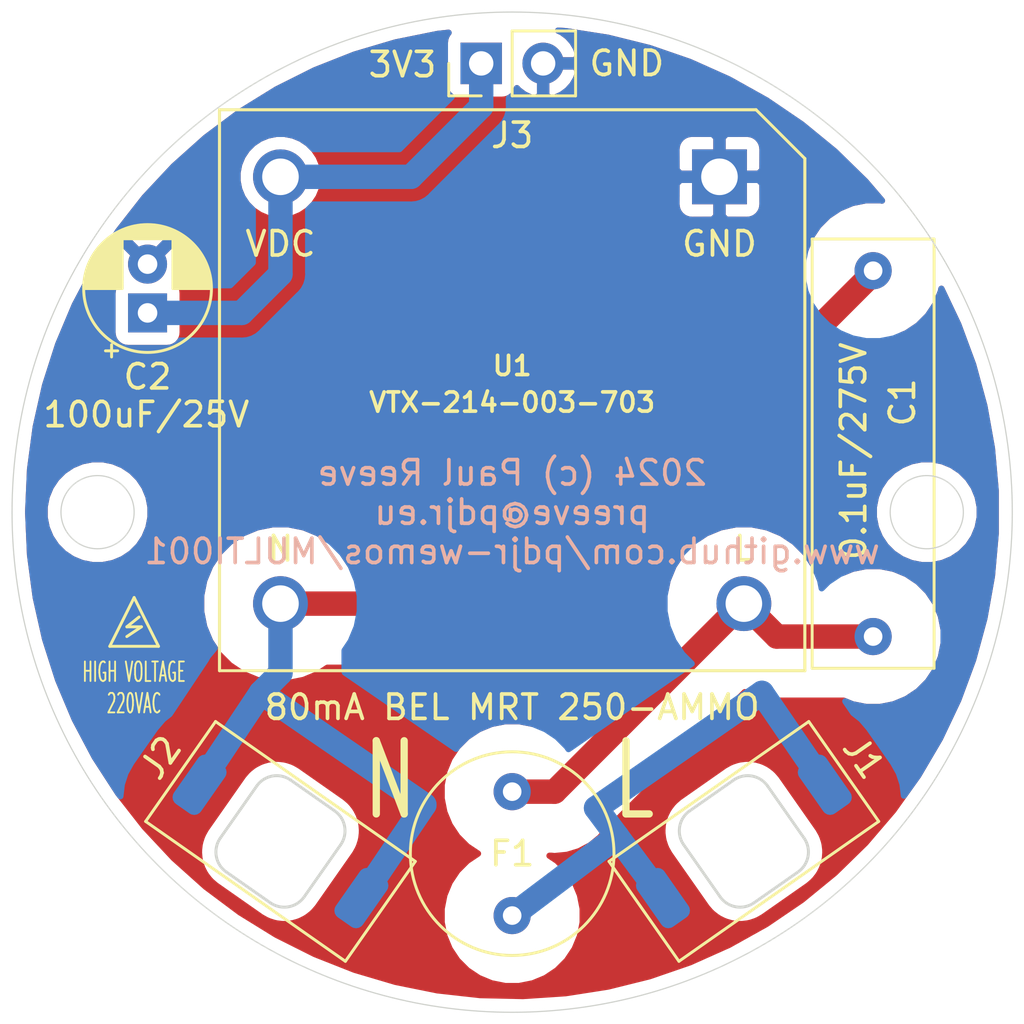
<source format=kicad_pcb>
(kicad_pcb (version 20171130) (host pcbnew "(5.1.9-0-10_14)")

  (general
    (thickness 1.6)
    (drawings 15)
    (tracks 26)
    (zones 0)
    (modules 7)
    (nets 6)
  )

  (page A4)
  (layers
    (0 F.Cu signal)
    (31 B.Cu signal)
    (32 B.Adhes user)
    (33 F.Adhes user)
    (34 B.Paste user)
    (35 F.Paste user)
    (36 B.SilkS user)
    (37 F.SilkS user)
    (38 B.Mask user)
    (39 F.Mask user)
    (40 Dwgs.User user)
    (41 Cmts.User user)
    (42 Eco1.User user)
    (43 Eco2.User user)
    (44 Edge.Cuts user)
    (45 Margin user)
    (46 B.CrtYd user)
    (47 F.CrtYd user)
    (48 B.Fab user)
    (49 F.Fab user)
  )

  (setup
    (last_trace_width 0.25)
    (user_trace_width 1)
    (trace_clearance 0.2)
    (zone_clearance 0.508)
    (zone_45_only no)
    (trace_min 0.2)
    (via_size 0.8)
    (via_drill 0.4)
    (via_min_size 0.4)
    (via_min_drill 0.3)
    (uvia_size 0.3)
    (uvia_drill 0.1)
    (uvias_allowed no)
    (uvia_min_size 0.2)
    (uvia_min_drill 0.1)
    (edge_width 0.05)
    (segment_width 0.2)
    (pcb_text_width 0.3)
    (pcb_text_size 1.5 1.5)
    (mod_edge_width 0.12)
    (mod_text_size 1 1)
    (mod_text_width 0.15)
    (pad_size 1.524 1.524)
    (pad_drill 0.762)
    (pad_to_mask_clearance 0)
    (aux_axis_origin 0 0)
    (visible_elements FFFFFF7F)
    (pcbplotparams
      (layerselection 0x010f0_ffffffff)
      (usegerberextensions true)
      (usegerberattributes true)
      (usegerberadvancedattributes true)
      (creategerberjobfile false)
      (excludeedgelayer true)
      (linewidth 0.100000)
      (plotframeref false)
      (viasonmask false)
      (mode 1)
      (useauxorigin false)
      (hpglpennumber 1)
      (hpglpenspeed 20)
      (hpglpendiameter 15.000000)
      (psnegative false)
      (psa4output false)
      (plotreference true)
      (plotvalue true)
      (plotinvisibletext false)
      (padsonsilk false)
      (subtractmaskfromsilk false)
      (outputformat 1)
      (mirror false)
      (drillshape 0)
      (scaleselection 1)
      (outputdirectory "gerber"))
  )

  (net 0 "")
  (net 1 NEUT)
  (net 2 "Net-(C1-Pad1)")
  (net 3 GND)
  (net 4 LINE)
  (net 5 +3V3)

  (net_class Default "This is the default net class."
    (clearance 0.2)
    (trace_width 0.25)
    (via_dia 0.8)
    (via_drill 0.4)
    (uvia_dia 0.3)
    (uvia_drill 0.1)
    (add_net +3V3)
    (add_net GND)
  )

  (net_class 220VAC ""
    (clearance 2)
    (trace_width 1)
    (via_dia 0.8)
    (via_drill 0.4)
    (uvia_dia 0.3)
    (uvia_drill 0.1)
    (add_net LINE)
    (add_net NEUT)
    (add_net "Net-(C1-Pad1)")
  )

  (module transformers:KYOCERA_POKEHOME_1P (layer F.Cu) (tedit 65AEA2D8) (tstamp 65ABE3E8)
    (at -9.5 13.5 235)
    (path /65ABEFA7)
    (fp_text reference J2 (at 0 6 55) (layer F.SilkS)
      (effects (font (size 1 1) (thickness 0.15)))
    )
    (fp_text value Conn_01x01 (at 0 -6 55) (layer F.Fab) hide
      (effects (font (size 1 1) (thickness 0.15)))
    )
    (fp_line (start 1.3 -2.1) (end -1.3 -2.1) (layer Edge.Cuts) (width 0.12))
    (fp_line (start -2.3 -1.1) (end -2.3 1.1) (layer Edge.Cuts) (width 0.12))
    (fp_line (start -1.3 2.1) (end 1.3 2.1) (layer Edge.Cuts) (width 0.12))
    (fp_line (start 2.3 1.1) (end 2.3 -1.1) (layer Edge.Cuts) (width 0.12))
    (fp_line (start -2.5 5) (end 2.5 5) (layer F.SilkS) (width 0.12))
    (fp_line (start 2.5 5) (end 2.5 -5) (layer F.SilkS) (width 0.12))
    (fp_line (start 2.5 -5) (end -2.5 -5) (layer F.SilkS) (width 0.12))
    (fp_line (start -2.5 -5) (end -2.5 5) (layer F.SilkS) (width 0.12))
    (fp_arc (start 1.3 1.1) (end 1.3 2.1) (angle -90) (layer Edge.Cuts) (width 0.12))
    (fp_arc (start 1.3 -1.1) (end 2.3 -1.1) (angle -90) (layer Edge.Cuts) (width 0.12))
    (fp_arc (start -1.3 1.1) (end -2.3 1.1) (angle -90) (layer Edge.Cuts) (width 0.12))
    (fp_arc (start -1.3 -1.1) (end -1.3 -2.1) (angle -90) (layer Edge.Cuts) (width 0.12))
    (pad 1 smd roundrect (at 0 4.05 235) (size 2.4 1.35) (layers B.Cu B.Paste B.Mask) (roundrect_rratio 0.25)
      (net 1 NEUT))
    (pad 1 smd roundrect (at 0 -4.05 235) (size 2.4 1.35) (layers B.Cu B.Paste B.Mask) (roundrect_rratio 0.25)
      (net 1 NEUT))
  )

  (module transformers:KYOCERA_POKEHOME_1P (layer F.Cu) (tedit 65AEA2D8) (tstamp 65AD3B7A)
    (at 9.5 13.5 125)
    (path /65ABE5F3)
    (fp_text reference J1 (at 0 6 125) (layer F.SilkS)
      (effects (font (size 1 1) (thickness 0.15)))
    )
    (fp_text value Conn_01x01 (at 0 -6 125) (layer F.Fab) hide
      (effects (font (size 1 1) (thickness 0.15)))
    )
    (fp_line (start 1.3 -2.1) (end -1.3 -2.1) (layer Edge.Cuts) (width 0.12))
    (fp_line (start -2.3 -1.1) (end -2.3 1.1) (layer Edge.Cuts) (width 0.12))
    (fp_line (start -1.3 2.1) (end 1.3 2.1) (layer Edge.Cuts) (width 0.12))
    (fp_line (start 2.3 1.1) (end 2.3 -1.1) (layer Edge.Cuts) (width 0.12))
    (fp_line (start -2.5 5) (end 2.5 5) (layer F.SilkS) (width 0.12))
    (fp_line (start 2.5 5) (end 2.5 -5) (layer F.SilkS) (width 0.12))
    (fp_line (start 2.5 -5) (end -2.5 -5) (layer F.SilkS) (width 0.12))
    (fp_line (start -2.5 -5) (end -2.5 5) (layer F.SilkS) (width 0.12))
    (fp_arc (start 1.3 1.1) (end 1.3 2.1) (angle -90) (layer Edge.Cuts) (width 0.12))
    (fp_arc (start 1.3 -1.1) (end 2.3 -1.1) (angle -90) (layer Edge.Cuts) (width 0.12))
    (fp_arc (start -1.3 1.1) (end -2.3 1.1) (angle -90) (layer Edge.Cuts) (width 0.12))
    (fp_arc (start -1.3 -1.1) (end -1.3 -2.1) (angle -90) (layer Edge.Cuts) (width 0.12))
    (pad 1 smd roundrect (at 0 4.05 125) (size 2.4 1.35) (layers B.Cu B.Paste B.Mask) (roundrect_rratio 0.25)
      (net 4 LINE))
    (pad 1 smd roundrect (at 0 -4.05 125) (size 2.4 1.35) (layers B.Cu B.Paste B.Mask) (roundrect_rratio 0.25)
      (net 4 LINE))
  )

  (module transformers:VTX214001103 (layer F.Cu) (tedit 65AE89CC) (tstamp 65AD4FE0)
    (at 0 -5 90)
    (path /65AB7A00)
    (fp_text reference U1 (at 1 0 180) (layer F.SilkS)
      (effects (font (size 0.787402 0.787402) (thickness 0.15)))
    )
    (fp_text value VTX-214-003-703 (at -0.5 0 180) (layer F.SilkS)
      (effects (font (size 0.787402 0.787402) (thickness 0.15)))
    )
    (fp_line (start 9.5 12) (end 11.5 10) (layer F.SilkS) (width 0.12))
    (fp_line (start -11.5 -10) (end -11.5 -12) (layer F.SilkS) (width 0.12))
    (fp_line (start 11.5 -12) (end -11.5 -12) (layer F.SilkS) (width 0.127))
    (fp_line (start 11.5 10) (end 11.5 -12) (layer F.SilkS) (width 0.127))
    (fp_line (start -11.5 12) (end 9.5 12) (layer F.SilkS) (width 0.127))
    (fp_line (start -11.5 -10) (end -11.5 12) (layer F.SilkS) (width 0.127))
    (fp_text user N (at -6.5 -9.5 180) (layer F.SilkS)
      (effects (font (size 1 1) (thickness 0.15)))
    )
    (fp_text user L (at -6.5 9.5 180) (layer F.SilkS)
      (effects (font (size 1 1) (thickness 0.15)))
    )
    (fp_text user VDC (at 6 -9.5 180) (layer F.SilkS)
      (effects (font (size 1 1) (thickness 0.15)))
    )
    (fp_text user GND (at 6 8.5 180) (layer F.SilkS)
      (effects (font (size 1 1) (thickness 0.15)))
    )
    (pad 3 thru_hole circle (at -8.75 -9.5 90) (size 2.25 2.25) (drill 1.5) (layers *.Cu *.Mask)
      (net 1 NEUT) (solder_mask_margin 0.102))
    (pad 2 thru_hole circle (at 8.75 -9.5 90) (size 2.25 2.25) (drill 1.5) (layers *.Cu *.Mask)
      (net 5 +3V3) (solder_mask_margin 0.102))
    (pad 4 thru_hole circle (at -8.75 9.5 90) (size 2.25 2.25) (drill 1.5) (layers *.Cu *.Mask)
      (net 2 "Net-(C1-Pad1)") (solder_mask_margin 0.102))
    (pad 1 thru_hole rect (at 8.75 8.5 90) (size 2.25 2.25) (drill 1.5) (layers *.Cu *.Mask)
      (net 3 GND) (solder_mask_margin 0.102))
  )

  (module Fuse:BEL_MRT_SERIES (layer F.Cu) (tedit 65AD23BA) (tstamp 65AB93AD)
    (at 0 14 270)
    (path /65ABAFE7)
    (fp_text reference F1 (at 0 0 180) (layer F.SilkS)
      (effects (font (size 1 1) (thickness 0.15)))
    )
    (fp_text value "80mA BEL MRT 250-AMMO" (at -6 0 180) (layer F.SilkS)
      (effects (font (size 1 1) (thickness 0.15)))
    )
    (fp_circle (center 0 0) (end 4.175 0) (layer F.SilkS) (width 0.12))
    (fp_circle (center 0 0) (end 4.5 0) (layer F.CrtYd) (width 0.12))
    (pad 2 thru_hole circle (at 2.54 0 270) (size 1.524 1.524) (drill 0.762) (layers *.Cu *.Mask)
      (net 4 LINE))
    (pad 1 thru_hole circle (at -2.54 0 270) (size 1.524 1.524) (drill 0.762) (layers *.Cu *.Mask)
      (net 2 "Net-(C1-Pad1)"))
  )

  (module Connector_PinHeader_2.54mm:PinHeader_1x02_P2.54mm_Vertical (layer F.Cu) (tedit 65AC2F3B) (tstamp 65AC540A)
    (at 0 -18.4 90)
    (descr "Through hole straight pin header, 1x02, 2.54mm pitch, single row")
    (tags "Through hole pin header THT 1x02 2.54mm single row")
    (path /65AD21E6)
    (fp_text reference J3 (at -2.95 0) (layer F.SilkS)
      (effects (font (size 1 1) (thickness 0.15)))
    )
    (fp_text value Conn_01x02 (at 0 4.87 270) (layer F.Fab) hide
      (effects (font (size 1 1) (thickness 0.15)))
    )
    (fp_line (start 1.8 -3.07) (end -1.8 -3.07) (layer F.CrtYd) (width 0.05))
    (fp_line (start 1.8 3.08) (end 1.8 -3.07) (layer F.CrtYd) (width 0.05))
    (fp_line (start -1.8 3.08) (end 1.8 3.08) (layer F.CrtYd) (width 0.05))
    (fp_line (start -1.8 -3.07) (end -1.8 3.08) (layer F.CrtYd) (width 0.05))
    (fp_line (start -1.33 -2.6) (end 0 -2.6) (layer F.SilkS) (width 0.12))
    (fp_line (start -1.33 -1.27) (end -1.33 -2.6) (layer F.SilkS) (width 0.12))
    (fp_line (start -1.33 0) (end 1.33 0) (layer F.SilkS) (width 0.12))
    (fp_line (start 1.33 0) (end 1.33 2.6) (layer F.SilkS) (width 0.12))
    (fp_line (start -1.33 0) (end -1.33 2.6) (layer F.SilkS) (width 0.12))
    (fp_line (start -1.33 2.6) (end 1.33 2.6) (layer F.SilkS) (width 0.12))
    (fp_line (start -1.27 -1.905) (end -0.635 -2.54) (layer F.Fab) (width 0.1))
    (fp_line (start -1.27 2.54) (end -1.27 -1.905) (layer F.Fab) (width 0.1))
    (fp_line (start 1.27 2.54) (end -1.27 2.54) (layer F.Fab) (width 0.1))
    (fp_line (start 1.27 -2.54) (end 1.27 2.54) (layer F.Fab) (width 0.1))
    (fp_line (start -0.635 -2.54) (end 1.27 -2.54) (layer F.Fab) (width 0.1))
    (fp_text user %R (at 7.9 -0.1) (layer F.Fab) hide
      (effects (font (size 1 1) (thickness 0.15)))
    )
    (pad 2 thru_hole oval (at 0 1.27 90) (size 1.7 1.7) (drill 1) (layers *.Cu *.Mask)
      (net 3 GND))
    (pad 1 thru_hole rect (at 0 -1.27 90) (size 1.7 1.7) (drill 1) (layers *.Cu *.Mask)
      (net 5 +3V3))
    (model ${KISYS3DMOD}/Connector_PinHeader_2.54mm.3dshapes/PinHeader_1x02_P2.54mm_Vertical.wrl
      (at (xyz 0 0 0))
      (scale (xyz 1 1 1))
      (rotate (xyz 0 0 0))
    )
  )

  (module Capacitor_THT:PANASONIC_100nF_275VAC (layer F.Cu) (tedit 65ABEB85) (tstamp 65AD3271)
    (at 14.8 -2.4 270)
    (path /65AB9C6A)
    (fp_text reference C1 (at -2.1 -1.2 90) (layer F.SilkS)
      (effects (font (size 1 1) (thickness 0.15)))
    )
    (fp_text value 0.1uF/275V (at -0.1 0.8 90) (layer F.SilkS)
      (effects (font (size 1 1) (thickness 0.15)))
    )
    (fp_line (start -8.8 2.5) (end -8.8 -2.5) (layer F.SilkS) (width 0.12))
    (fp_line (start -8.8 -2.5) (end 8.8 -2.5) (layer F.SilkS) (width 0.12))
    (fp_line (start 8.8 -2.5) (end 8.8 2.5) (layer F.SilkS) (width 0.12))
    (fp_line (start 8.8 2.5) (end -8.8 2.5) (layer F.SilkS) (width 0.12))
    (pad 2 thru_hole circle (at -7.5 0 270) (size 1.524 1.524) (drill 0.762) (layers *.Cu *.Mask)
      (net 1 NEUT))
    (pad 1 thru_hole circle (at 7.5 0 270) (size 1.524 1.524) (drill 0.762) (layers *.Cu *.Mask)
      (net 2 "Net-(C1-Pad1)"))
  )

  (module Capacitor_THT:CP_Radial_D5.0mm_P2.00mm (layer F.Cu) (tedit 5AE50EF0) (tstamp 65AB9398)
    (at -14.95 -8.17 90)
    (descr "CP, Radial series, Radial, pin pitch=2.00mm, , diameter=5mm, Electrolytic Capacitor")
    (tags "CP Radial series Radial pin pitch 2.00mm  diameter 5mm Electrolytic Capacitor")
    (path /65ABA87F)
    (fp_text reference C2 (at -2.62 0 180) (layer F.SilkS)
      (effects (font (size 1 1) (thickness 0.15)))
    )
    (fp_text value 100uF/25V (at -4.17 -0.05 180) (layer F.SilkS)
      (effects (font (size 1 1) (thickness 0.15)))
    )
    (fp_line (start -1.554775 -1.725) (end -1.554775 -1.225) (layer F.SilkS) (width 0.12))
    (fp_line (start -1.804775 -1.475) (end -1.304775 -1.475) (layer F.SilkS) (width 0.12))
    (fp_line (start 3.601 -0.284) (end 3.601 0.284) (layer F.SilkS) (width 0.12))
    (fp_line (start 3.561 -0.518) (end 3.561 0.518) (layer F.SilkS) (width 0.12))
    (fp_line (start 3.521 -0.677) (end 3.521 0.677) (layer F.SilkS) (width 0.12))
    (fp_line (start 3.481 -0.805) (end 3.481 0.805) (layer F.SilkS) (width 0.12))
    (fp_line (start 3.441 -0.915) (end 3.441 0.915) (layer F.SilkS) (width 0.12))
    (fp_line (start 3.401 -1.011) (end 3.401 1.011) (layer F.SilkS) (width 0.12))
    (fp_line (start 3.361 -1.098) (end 3.361 1.098) (layer F.SilkS) (width 0.12))
    (fp_line (start 3.321 -1.178) (end 3.321 1.178) (layer F.SilkS) (width 0.12))
    (fp_line (start 3.281 -1.251) (end 3.281 1.251) (layer F.SilkS) (width 0.12))
    (fp_line (start 3.241 -1.319) (end 3.241 1.319) (layer F.SilkS) (width 0.12))
    (fp_line (start 3.201 -1.383) (end 3.201 1.383) (layer F.SilkS) (width 0.12))
    (fp_line (start 3.161 -1.443) (end 3.161 1.443) (layer F.SilkS) (width 0.12))
    (fp_line (start 3.121 -1.5) (end 3.121 1.5) (layer F.SilkS) (width 0.12))
    (fp_line (start 3.081 -1.554) (end 3.081 1.554) (layer F.SilkS) (width 0.12))
    (fp_line (start 3.041 -1.605) (end 3.041 1.605) (layer F.SilkS) (width 0.12))
    (fp_line (start 3.001 1.04) (end 3.001 1.653) (layer F.SilkS) (width 0.12))
    (fp_line (start 3.001 -1.653) (end 3.001 -1.04) (layer F.SilkS) (width 0.12))
    (fp_line (start 2.961 1.04) (end 2.961 1.699) (layer F.SilkS) (width 0.12))
    (fp_line (start 2.961 -1.699) (end 2.961 -1.04) (layer F.SilkS) (width 0.12))
    (fp_line (start 2.921 1.04) (end 2.921 1.743) (layer F.SilkS) (width 0.12))
    (fp_line (start 2.921 -1.743) (end 2.921 -1.04) (layer F.SilkS) (width 0.12))
    (fp_line (start 2.881 1.04) (end 2.881 1.785) (layer F.SilkS) (width 0.12))
    (fp_line (start 2.881 -1.785) (end 2.881 -1.04) (layer F.SilkS) (width 0.12))
    (fp_line (start 2.841 1.04) (end 2.841 1.826) (layer F.SilkS) (width 0.12))
    (fp_line (start 2.841 -1.826) (end 2.841 -1.04) (layer F.SilkS) (width 0.12))
    (fp_line (start 2.801 1.04) (end 2.801 1.864) (layer F.SilkS) (width 0.12))
    (fp_line (start 2.801 -1.864) (end 2.801 -1.04) (layer F.SilkS) (width 0.12))
    (fp_line (start 2.761 1.04) (end 2.761 1.901) (layer F.SilkS) (width 0.12))
    (fp_line (start 2.761 -1.901) (end 2.761 -1.04) (layer F.SilkS) (width 0.12))
    (fp_line (start 2.721 1.04) (end 2.721 1.937) (layer F.SilkS) (width 0.12))
    (fp_line (start 2.721 -1.937) (end 2.721 -1.04) (layer F.SilkS) (width 0.12))
    (fp_line (start 2.681 1.04) (end 2.681 1.971) (layer F.SilkS) (width 0.12))
    (fp_line (start 2.681 -1.971) (end 2.681 -1.04) (layer F.SilkS) (width 0.12))
    (fp_line (start 2.641 1.04) (end 2.641 2.004) (layer F.SilkS) (width 0.12))
    (fp_line (start 2.641 -2.004) (end 2.641 -1.04) (layer F.SilkS) (width 0.12))
    (fp_line (start 2.601 1.04) (end 2.601 2.035) (layer F.SilkS) (width 0.12))
    (fp_line (start 2.601 -2.035) (end 2.601 -1.04) (layer F.SilkS) (width 0.12))
    (fp_line (start 2.561 1.04) (end 2.561 2.065) (layer F.SilkS) (width 0.12))
    (fp_line (start 2.561 -2.065) (end 2.561 -1.04) (layer F.SilkS) (width 0.12))
    (fp_line (start 2.521 1.04) (end 2.521 2.095) (layer F.SilkS) (width 0.12))
    (fp_line (start 2.521 -2.095) (end 2.521 -1.04) (layer F.SilkS) (width 0.12))
    (fp_line (start 2.481 1.04) (end 2.481 2.122) (layer F.SilkS) (width 0.12))
    (fp_line (start 2.481 -2.122) (end 2.481 -1.04) (layer F.SilkS) (width 0.12))
    (fp_line (start 2.441 1.04) (end 2.441 2.149) (layer F.SilkS) (width 0.12))
    (fp_line (start 2.441 -2.149) (end 2.441 -1.04) (layer F.SilkS) (width 0.12))
    (fp_line (start 2.401 1.04) (end 2.401 2.175) (layer F.SilkS) (width 0.12))
    (fp_line (start 2.401 -2.175) (end 2.401 -1.04) (layer F.SilkS) (width 0.12))
    (fp_line (start 2.361 1.04) (end 2.361 2.2) (layer F.SilkS) (width 0.12))
    (fp_line (start 2.361 -2.2) (end 2.361 -1.04) (layer F.SilkS) (width 0.12))
    (fp_line (start 2.321 1.04) (end 2.321 2.224) (layer F.SilkS) (width 0.12))
    (fp_line (start 2.321 -2.224) (end 2.321 -1.04) (layer F.SilkS) (width 0.12))
    (fp_line (start 2.281 1.04) (end 2.281 2.247) (layer F.SilkS) (width 0.12))
    (fp_line (start 2.281 -2.247) (end 2.281 -1.04) (layer F.SilkS) (width 0.12))
    (fp_line (start 2.241 1.04) (end 2.241 2.268) (layer F.SilkS) (width 0.12))
    (fp_line (start 2.241 -2.268) (end 2.241 -1.04) (layer F.SilkS) (width 0.12))
    (fp_line (start 2.201 1.04) (end 2.201 2.29) (layer F.SilkS) (width 0.12))
    (fp_line (start 2.201 -2.29) (end 2.201 -1.04) (layer F.SilkS) (width 0.12))
    (fp_line (start 2.161 1.04) (end 2.161 2.31) (layer F.SilkS) (width 0.12))
    (fp_line (start 2.161 -2.31) (end 2.161 -1.04) (layer F.SilkS) (width 0.12))
    (fp_line (start 2.121 1.04) (end 2.121 2.329) (layer F.SilkS) (width 0.12))
    (fp_line (start 2.121 -2.329) (end 2.121 -1.04) (layer F.SilkS) (width 0.12))
    (fp_line (start 2.081 1.04) (end 2.081 2.348) (layer F.SilkS) (width 0.12))
    (fp_line (start 2.081 -2.348) (end 2.081 -1.04) (layer F.SilkS) (width 0.12))
    (fp_line (start 2.041 1.04) (end 2.041 2.365) (layer F.SilkS) (width 0.12))
    (fp_line (start 2.041 -2.365) (end 2.041 -1.04) (layer F.SilkS) (width 0.12))
    (fp_line (start 2.001 1.04) (end 2.001 2.382) (layer F.SilkS) (width 0.12))
    (fp_line (start 2.001 -2.382) (end 2.001 -1.04) (layer F.SilkS) (width 0.12))
    (fp_line (start 1.961 1.04) (end 1.961 2.398) (layer F.SilkS) (width 0.12))
    (fp_line (start 1.961 -2.398) (end 1.961 -1.04) (layer F.SilkS) (width 0.12))
    (fp_line (start 1.921 1.04) (end 1.921 2.414) (layer F.SilkS) (width 0.12))
    (fp_line (start 1.921 -2.414) (end 1.921 -1.04) (layer F.SilkS) (width 0.12))
    (fp_line (start 1.881 1.04) (end 1.881 2.428) (layer F.SilkS) (width 0.12))
    (fp_line (start 1.881 -2.428) (end 1.881 -1.04) (layer F.SilkS) (width 0.12))
    (fp_line (start 1.841 1.04) (end 1.841 2.442) (layer F.SilkS) (width 0.12))
    (fp_line (start 1.841 -2.442) (end 1.841 -1.04) (layer F.SilkS) (width 0.12))
    (fp_line (start 1.801 1.04) (end 1.801 2.455) (layer F.SilkS) (width 0.12))
    (fp_line (start 1.801 -2.455) (end 1.801 -1.04) (layer F.SilkS) (width 0.12))
    (fp_line (start 1.761 1.04) (end 1.761 2.468) (layer F.SilkS) (width 0.12))
    (fp_line (start 1.761 -2.468) (end 1.761 -1.04) (layer F.SilkS) (width 0.12))
    (fp_line (start 1.721 1.04) (end 1.721 2.48) (layer F.SilkS) (width 0.12))
    (fp_line (start 1.721 -2.48) (end 1.721 -1.04) (layer F.SilkS) (width 0.12))
    (fp_line (start 1.68 1.04) (end 1.68 2.491) (layer F.SilkS) (width 0.12))
    (fp_line (start 1.68 -2.491) (end 1.68 -1.04) (layer F.SilkS) (width 0.12))
    (fp_line (start 1.64 1.04) (end 1.64 2.501) (layer F.SilkS) (width 0.12))
    (fp_line (start 1.64 -2.501) (end 1.64 -1.04) (layer F.SilkS) (width 0.12))
    (fp_line (start 1.6 1.04) (end 1.6 2.511) (layer F.SilkS) (width 0.12))
    (fp_line (start 1.6 -2.511) (end 1.6 -1.04) (layer F.SilkS) (width 0.12))
    (fp_line (start 1.56 1.04) (end 1.56 2.52) (layer F.SilkS) (width 0.12))
    (fp_line (start 1.56 -2.52) (end 1.56 -1.04) (layer F.SilkS) (width 0.12))
    (fp_line (start 1.52 1.04) (end 1.52 2.528) (layer F.SilkS) (width 0.12))
    (fp_line (start 1.52 -2.528) (end 1.52 -1.04) (layer F.SilkS) (width 0.12))
    (fp_line (start 1.48 1.04) (end 1.48 2.536) (layer F.SilkS) (width 0.12))
    (fp_line (start 1.48 -2.536) (end 1.48 -1.04) (layer F.SilkS) (width 0.12))
    (fp_line (start 1.44 1.04) (end 1.44 2.543) (layer F.SilkS) (width 0.12))
    (fp_line (start 1.44 -2.543) (end 1.44 -1.04) (layer F.SilkS) (width 0.12))
    (fp_line (start 1.4 1.04) (end 1.4 2.55) (layer F.SilkS) (width 0.12))
    (fp_line (start 1.4 -2.55) (end 1.4 -1.04) (layer F.SilkS) (width 0.12))
    (fp_line (start 1.36 1.04) (end 1.36 2.556) (layer F.SilkS) (width 0.12))
    (fp_line (start 1.36 -2.556) (end 1.36 -1.04) (layer F.SilkS) (width 0.12))
    (fp_line (start 1.32 1.04) (end 1.32 2.561) (layer F.SilkS) (width 0.12))
    (fp_line (start 1.32 -2.561) (end 1.32 -1.04) (layer F.SilkS) (width 0.12))
    (fp_line (start 1.28 1.04) (end 1.28 2.565) (layer F.SilkS) (width 0.12))
    (fp_line (start 1.28 -2.565) (end 1.28 -1.04) (layer F.SilkS) (width 0.12))
    (fp_line (start 1.24 1.04) (end 1.24 2.569) (layer F.SilkS) (width 0.12))
    (fp_line (start 1.24 -2.569) (end 1.24 -1.04) (layer F.SilkS) (width 0.12))
    (fp_line (start 1.2 1.04) (end 1.2 2.573) (layer F.SilkS) (width 0.12))
    (fp_line (start 1.2 -2.573) (end 1.2 -1.04) (layer F.SilkS) (width 0.12))
    (fp_line (start 1.16 1.04) (end 1.16 2.576) (layer F.SilkS) (width 0.12))
    (fp_line (start 1.16 -2.576) (end 1.16 -1.04) (layer F.SilkS) (width 0.12))
    (fp_line (start 1.12 1.04) (end 1.12 2.578) (layer F.SilkS) (width 0.12))
    (fp_line (start 1.12 -2.578) (end 1.12 -1.04) (layer F.SilkS) (width 0.12))
    (fp_line (start 1.08 1.04) (end 1.08 2.579) (layer F.SilkS) (width 0.12))
    (fp_line (start 1.08 -2.579) (end 1.08 -1.04) (layer F.SilkS) (width 0.12))
    (fp_line (start 1.04 -2.58) (end 1.04 -1.04) (layer F.SilkS) (width 0.12))
    (fp_line (start 1.04 1.04) (end 1.04 2.58) (layer F.SilkS) (width 0.12))
    (fp_line (start 1 -2.58) (end 1 -1.04) (layer F.SilkS) (width 0.12))
    (fp_line (start 1 1.04) (end 1 2.58) (layer F.SilkS) (width 0.12))
    (fp_line (start -0.883605 -1.3375) (end -0.883605 -0.8375) (layer F.Fab) (width 0.1))
    (fp_line (start -1.133605 -1.0875) (end -0.633605 -1.0875) (layer F.Fab) (width 0.1))
    (fp_circle (center 1 0) (end 3.75 0) (layer F.CrtYd) (width 0.05))
    (fp_circle (center 1 0) (end 3.62 0) (layer F.SilkS) (width 0.12))
    (fp_circle (center 1 0) (end 3.5 0) (layer F.Fab) (width 0.1))
    (fp_text user %R (at 1 0 90) (layer F.Fab) hide
      (effects (font (size 1 1) (thickness 0.15)))
    )
    (pad 2 thru_hole circle (at 2 0 90) (size 1.6 1.6) (drill 0.8) (layers *.Cu *.Mask)
      (net 3 GND))
    (pad 1 thru_hole rect (at 0 0 90) (size 1.6 1.6) (drill 0.8) (layers *.Cu *.Mask)
      (net 5 +3V3))
    (model ${KISYS3DMOD}/Capacitor_THT.3dshapes/CP_Radial_D5.0mm_P2.00mm.wrl
      (at (xyz 0 0 0))
      (scale (xyz 1 1 1))
      (rotate (xyz 0 0 0))
    )
  )

  (gr_text "HIGH VOLTAGE\n220VAC" (at -15.5 7.2) (layer F.SilkS)
    (effects (font (size 0.8 0.4) (thickness 0.075)))
  )
  (gr_line (start -15.8 4.7) (end -15.3 4.3) (layer F.SilkS) (width 0.12))
  (gr_line (start -15.2 4.7) (end -15.8 5.1) (layer F.SilkS) (width 0.12))
  (gr_line (start -15.8 4.7) (end -15.2 4.7) (layer F.SilkS) (width 0.12))
  (gr_line (start -14.5 5.5) (end -15.5 3.5) (layer F.SilkS) (width 0.12) (tstamp 65AF96D0))
  (gr_line (start -16.5 5.5) (end -14.5 5.5) (layer F.SilkS) (width 0.12))
  (gr_line (start -15.5 3.5) (end -16.5 5.5) (layer F.SilkS) (width 0.12))
  (gr_text "2024 (c) Paul Reeve\npreeve@pdjr.eu\nwww.github.com/pdjr-wemos/MULTI001" (at 0 0) (layer B.SilkS)
    (effects (font (size 1 1) (thickness 0.15)) (justify mirror))
  )
  (gr_text GND (at 4.7 -18.4) (layer F.SilkS)
    (effects (font (size 1 1) (thickness 0.15)))
  )
  (gr_text 3V3 (at -4.5 -18.35) (layer F.SilkS)
    (effects (font (size 1 1) (thickness 0.15)))
  )
  (gr_text N (at -5 11) (layer F.SilkS) (tstamp 65AD4289)
    (effects (font (size 3 2) (thickness 0.3)))
  )
  (gr_text L (at 5 11) (layer F.SilkS)
    (effects (font (size 3 2) (thickness 0.3)))
  )
  (gr_circle (center 17 0) (end 15.5 0) (layer Edge.Cuts) (width 0.05))
  (gr_circle (center -17 0) (end -15.5 0) (layer Edge.Cuts) (width 0.05))
  (gr_circle (center 0 0) (end 20.5 0.5) (layer Edge.Cuts) (width 0.05))

  (segment (start -12.817566 11.177015) (end -12.817566 11.132434) (width 1) (layer B.Cu) (net 1))
  (segment (start -6.182434 15.822985) (end -6.162985 15.822985) (width 1) (layer B.Cu) (net 1))
  (segment (start -3.6 12) (end -6.182434 15.822985) (width 1) (layer B.Cu) (net 1))
  (segment (start -10.3 7.4) (end -3.6 12) (width 1) (layer B.Cu) (net 1))
  (segment (start -12.817566 11.177015) (end -10.3 7.4) (width 1) (layer B.Cu) (net 1))
  (segment (start -9.5 6.6) (end -10.3 7.4) (width 1) (layer B.Cu) (net 1))
  (segment (start -9.5 3.75) (end -9.5 6.6) (width 1) (layer B.Cu) (net 1))
  (segment (start 14.8 -9.9) (end 14.8 -9.8) (width 1) (layer F.Cu) (net 1))
  (segment (start 1.25 3.75) (end -9.5 3.75) (width 1) (layer F.Cu) (net 1))
  (segment (start 14.8 -9.8) (end 1.25 3.75) (width 1) (layer F.Cu) (net 1))
  (segment (start 9.5 3.75) (end 9.45 3.75) (width 1) (layer F.Cu) (net 2))
  (segment (start 1.74 11.46) (end 0 11.46) (width 1) (layer F.Cu) (net 2))
  (segment (start 9.45 3.75) (end 1.74 11.46) (width 1) (layer F.Cu) (net 2))
  (segment (start 10.85 5.1) (end 9.5 3.75) (width 1) (layer F.Cu) (net 2))
  (segment (start 14.8 5.1) (end 10.85 5.1) (width 1) (layer F.Cu) (net 2))
  (segment (start 10.24 7.41) (end 3.44 12.13) (width 1) (layer B.Cu) (net 4))
  (segment (start 12.817566 11.177015) (end 10.24 7.41) (width 1) (layer B.Cu) (net 4))
  (segment (start 4.305078 13.294922) (end 6.182434 15.822985) (width 1) (layer B.Cu) (net 4))
  (segment (start 0 16.54) (end 4.305078 13.294922) (width 1) (layer B.Cu) (net 4))
  (segment (start 3.44 12.13) (end 4.305078 13.294922) (width 1) (layer B.Cu) (net 4))
  (segment (start -1.27 -18.4) (end -1.27 -16.63) (width 1) (layer B.Cu) (net 5))
  (segment (start -4.15 -13.75) (end -9.5 -13.75) (width 1) (layer B.Cu) (net 5))
  (segment (start -1.27 -16.63) (end -4.15 -13.75) (width 1) (layer B.Cu) (net 5))
  (segment (start -14.95 -8.17) (end -11.09 -8.17) (width 1) (layer B.Cu) (net 5))
  (segment (start -9.5 -9.76) (end -9.5 -13.75) (width 1) (layer B.Cu) (net 5))
  (segment (start -11.09 -8.17) (end -9.5 -9.76) (width 1) (layer B.Cu) (net 5))

  (zone (net 3) (net_name GND) (layer B.Cu) (tstamp 65AF9917) (hatch edge 0.508)
    (connect_pads (clearance 0.508))
    (min_thickness 0.254)
    (fill yes (arc_segments 32) (thermal_gap 0.508) (thermal_bridge_width 0.508))
    (polygon
      (pts
        (xy 21 21) (xy -21 21) (xy -21 -21) (xy 21 -21)
      )
    )
    (filled_polygon
      (pts
        (xy 2.19089 -19.724796) (xy 3.925596 -19.453978) (xy 5.629579 -19.030907) (xy 7.289503 -18.458892) (xy 8.892377 -17.742412)
        (xy 10.425656 -16.887074) (xy 11.87734 -15.899571) (xy 13.236067 -14.787633) (xy 14.491205 -13.559961) (xy 15.164812 -12.773033)
        (xy 15.084542 -12.789) (xy 14.515458 -12.789) (xy 13.95731 -12.677978) (xy 13.431545 -12.460199) (xy 12.95837 -12.144033)
        (xy 12.555967 -11.74163) (xy 12.239801 -11.268455) (xy 12.022022 -10.74269) (xy 11.911 -10.184542) (xy 11.911 -9.615458)
        (xy 12.022022 -9.05731) (xy 12.239801 -8.531545) (xy 12.555967 -8.05837) (xy 12.95837 -7.655967) (xy 13.431545 -7.339801)
        (xy 13.95731 -7.122022) (xy 14.515458 -7.011) (xy 15.084542 -7.011) (xy 15.64269 -7.122022) (xy 16.168455 -7.339801)
        (xy 16.64163 -7.655967) (xy 17.044033 -8.05837) (xy 17.360199 -8.531545) (xy 17.577978 -9.05731) (xy 17.598725 -9.161613)
        (xy 18.293116 -7.696068) (xy 18.901711 -6.049205) (xy 19.362375 -4.354998) (xy 19.671502 -2.626707) (xy 19.826672 -0.877859)
        (xy 19.826672 0.877859) (xy 19.671502 2.626707) (xy 19.362375 4.354998) (xy 18.901711 6.049205) (xy 18.293116 7.696068)
        (xy 17.541353 9.2827) (xy 16.652304 10.796682) (xy 16.06162 11.625006) (xy 16.004868 11.15431) (xy 15.853944 10.693239)
        (xy 15.61597 10.270471) (xy 14.626551 8.857433) (xy 14.31067 8.489213) (xy 13.988614 8.236463) (xy 13.658684 7.754283)
        (xy 13.95731 7.877978) (xy 14.515458 7.989) (xy 15.084542 7.989) (xy 15.64269 7.877978) (xy 16.168455 7.660199)
        (xy 16.64163 7.344033) (xy 17.044033 6.94163) (xy 17.360199 6.468455) (xy 17.577978 5.94269) (xy 17.689 5.384542)
        (xy 17.689 4.815458) (xy 17.577978 4.25731) (xy 17.360199 3.731545) (xy 17.044033 3.25837) (xy 16.64163 2.855967)
        (xy 16.168455 2.539801) (xy 15.64269 2.322022) (xy 15.084542 2.211) (xy 14.515458 2.211) (xy 13.95731 2.322022)
        (xy 13.431545 2.539801) (xy 12.95837 2.855967) (xy 12.691049 3.123288) (xy 12.627027 2.801427) (xy 12.381885 2.2096)
        (xy 12.025993 1.676971) (xy 11.573029 1.224007) (xy 11.0404 0.868115) (xy 10.448573 0.622973) (xy 9.820294 0.498)
        (xy 9.179706 0.498) (xy 8.551427 0.622973) (xy 7.9596 0.868115) (xy 7.426971 1.224007) (xy 6.974007 1.676971)
        (xy 6.618115 2.2096) (xy 6.372973 2.801427) (xy 6.248 3.429706) (xy 6.248 4.070294) (xy 6.372973 4.698573)
        (xy 6.618115 5.2904) (xy 6.974007 5.823029) (xy 7.361305 6.210327) (xy 2.30974 9.716708) (xy 2.244033 9.61837)
        (xy 1.84163 9.215967) (xy 1.368455 8.899801) (xy 0.84269 8.682022) (xy 0.284542 8.571) (xy -0.284542 8.571)
        (xy -0.84269 8.682022) (xy -1.368455 8.899801) (xy -1.84163 9.215967) (xy -2.244033 9.61837) (xy -2.301764 9.70477)
        (xy -6.862927 6.573225) (xy -6.873 6.470955) (xy -6.873 5.671862) (xy -6.618115 5.2904) (xy -6.372973 4.698573)
        (xy -6.248 4.070294) (xy -6.248 3.429706) (xy -6.372973 2.801427) (xy -6.618115 2.2096) (xy -6.974007 1.676971)
        (xy -7.426971 1.224007) (xy -7.9596 0.868115) (xy -8.551427 0.622973) (xy -9.179706 0.498) (xy -9.820294 0.498)
        (xy -10.448573 0.622973) (xy -11.0404 0.868115) (xy -11.573029 1.224007) (xy -12.025993 1.676971) (xy -12.381885 2.2096)
        (xy -12.627027 2.801427) (xy -12.752 3.429706) (xy -12.752 4.070294) (xy -12.627027 4.698573) (xy -12.381885 5.2904)
        (xy -12.195874 5.568785) (xy -12.32118 5.721822) (xy -12.476178 5.905907) (xy -12.484239 5.920541) (xy -12.494838 5.933456)
        (xy -12.556661 6.049118) (xy -14.043173 8.279281) (xy -14.310671 8.489215) (xy -14.626551 8.857433) (xy -15.61597 10.270471)
        (xy -15.853943 10.693237) (xy -16.004867 11.154308) (xy -16.062941 11.635964) (xy -16.062192 11.645758) (xy -16.158432 11.522701)
        (xy -17.113579 10.049527) (xy -17.934788 8.497701) (xy -18.615634 6.87937) (xy -19.150787 5.207198) (xy -19.53606 3.494273)
        (xy -19.768436 1.754) (xy -19.846097 0) (xy -19.836637 -0.213677) (xy -19.169503 -0.213677) (xy -19.169503 0.213677)
        (xy -19.08613 0.632821) (xy -18.922588 1.027645) (xy -18.685163 1.382977) (xy -18.382977 1.685163) (xy -18.027645 1.922588)
        (xy -17.632821 2.08613) (xy -17.213677 2.169503) (xy -16.786323 2.169503) (xy -16.367179 2.08613) (xy -15.972355 1.922588)
        (xy -15.617023 1.685163) (xy -15.314837 1.382977) (xy -15.077412 1.027645) (xy -14.91387 0.632821) (xy -14.830497 0.213677)
        (xy -14.830497 -0.213677) (xy 14.830497 -0.213677) (xy 14.830497 0.213677) (xy 14.91387 0.632821) (xy 15.077412 1.027645)
        (xy 15.314837 1.382977) (xy 15.617023 1.685163) (xy 15.972355 1.922588) (xy 16.367179 2.08613) (xy 16.786323 2.169503)
        (xy 17.213677 2.169503) (xy 17.632821 2.08613) (xy 18.027645 1.922588) (xy 18.382977 1.685163) (xy 18.685163 1.382977)
        (xy 18.922588 1.027645) (xy 19.08613 0.632821) (xy 19.169503 0.213677) (xy 19.169503 -0.213677) (xy 19.08613 -0.632821)
        (xy 18.922588 -1.027645) (xy 18.685163 -1.382977) (xy 18.382977 -1.685163) (xy 18.027645 -1.922588) (xy 17.632821 -2.08613)
        (xy 17.213677 -2.169503) (xy 16.786323 -2.169503) (xy 16.367179 -2.08613) (xy 15.972355 -1.922588) (xy 15.617023 -1.685163)
        (xy 15.314837 -1.382977) (xy 15.077412 -1.027645) (xy 14.91387 -0.632821) (xy 14.830497 -0.213677) (xy -14.830497 -0.213677)
        (xy -14.91387 -0.632821) (xy -15.077412 -1.027645) (xy -15.314837 -1.382977) (xy -15.617023 -1.685163) (xy -15.972355 -1.922588)
        (xy -16.367179 -2.08613) (xy -16.786323 -2.169503) (xy -17.213677 -2.169503) (xy -17.632821 -2.08613) (xy -18.027645 -1.922588)
        (xy -18.382977 -1.685163) (xy -18.685163 -1.382977) (xy -18.922588 -1.027645) (xy -19.08613 -0.632821) (xy -19.169503 -0.213677)
        (xy -19.836637 -0.213677) (xy -19.768436 -1.754) (xy -19.53606 -3.494273) (xy -19.150787 -5.207198) (xy -18.615634 -6.87937)
        (xy -17.934788 -8.497701) (xy -17.113579 -10.049527) (xy -16.391841 -11.162702) (xy -15.763097 -11.162702) (xy -14.95 -10.349605)
        (xy -14.136903 -11.162702) (xy -14.208486 -11.406671) (xy -14.463996 -11.527571) (xy -14.738184 -11.5963) (xy -15.020512 -11.610217)
        (xy -15.30013 -11.568787) (xy -15.566292 -11.473603) (xy -15.691514 -11.406671) (xy -15.763097 -11.162702) (xy -16.391841 -11.162702)
        (xy -16.158432 -11.522701) (xy -15.076824 -12.905695) (xy -13.877219 -14.187684) (xy -12.569006 -15.358635) (xy -11.162423 -16.409384)
        (xy -9.66848 -17.331707) (xy -8.098867 -18.118386) (xy -6.46587 -18.763264) (xy -4.782268 -19.261295) (xy -3.061239 -19.608579)
        (xy -2.605656 -19.659182) (xy -2.650537 -19.604494) (xy -2.709502 -19.49418) (xy -2.745812 -19.374482) (xy -2.758072 -19.25)
        (xy -2.758072 -17.55) (xy -2.745812 -17.425518) (xy -2.709502 -17.30582) (xy -2.650537 -17.195506) (xy -2.571185 -17.098815)
        (xy -2.480632 -17.0245) (xy -4.620131 -14.885) (xy -8.145984 -14.885) (xy -8.378065 -15.117081) (xy -8.666327 -15.309692)
        (xy -8.986627 -15.442364) (xy -9.326655 -15.51) (xy -9.673345 -15.51) (xy -10.013373 -15.442364) (xy -10.333673 -15.309692)
        (xy -10.621935 -15.117081) (xy -10.867081 -14.871935) (xy -11.059692 -14.583673) (xy -11.192364 -14.263373) (xy -11.26 -13.923345)
        (xy -11.26 -13.576655) (xy -11.192364 -13.236627) (xy -11.059692 -12.916327) (xy -10.867081 -12.628065) (xy -10.634999 -12.395983)
        (xy -10.635 -10.230133) (xy -11.560131 -9.305) (xy -13.609043 -9.305) (xy -13.619463 -9.324494) (xy -13.698815 -9.421185)
        (xy -13.711758 -9.431807) (xy -13.592429 -9.683996) (xy -13.5237 -9.958184) (xy -13.509783 -10.240512) (xy -13.551213 -10.52013)
        (xy -13.646397 -10.786292) (xy -13.713329 -10.911514) (xy -13.957298 -10.983097) (xy -14.770395 -10.17) (xy -14.756253 -10.155858)
        (xy -14.935858 -9.976253) (xy -14.95 -9.990395) (xy -14.964143 -9.976253) (xy -15.143748 -10.155858) (xy -15.129605 -10.17)
        (xy -15.942702 -10.983097) (xy -16.186671 -10.911514) (xy -16.307571 -10.656004) (xy -16.3763 -10.381816) (xy -16.390217 -10.099488)
        (xy -16.348787 -9.81987) (xy -16.253603 -9.553708) (xy -16.188384 -9.431691) (xy -16.201185 -9.421185) (xy -16.280537 -9.324494)
        (xy -16.339502 -9.21418) (xy -16.375812 -9.094482) (xy -16.388072 -8.97) (xy -16.388072 -7.37) (xy -16.375812 -7.245518)
        (xy -16.339502 -7.12582) (xy -16.280537 -7.015506) (xy -16.201185 -6.918815) (xy -16.104494 -6.839463) (xy -15.99418 -6.780498)
        (xy -15.874482 -6.744188) (xy -15.75 -6.731928) (xy -14.15 -6.731928) (xy -14.025518 -6.744188) (xy -13.90582 -6.780498)
        (xy -13.795506 -6.839463) (xy -13.698815 -6.918815) (xy -13.619463 -7.015506) (xy -13.609043 -7.035) (xy -11.145751 -7.035)
        (xy -11.09 -7.029509) (xy -11.034249 -7.035) (xy -11.034248 -7.035) (xy -10.867501 -7.051423) (xy -10.653553 -7.116324)
        (xy -10.456377 -7.221716) (xy -10.283551 -7.363551) (xy -10.248005 -7.406864) (xy -8.736854 -8.918013) (xy -8.693551 -8.953551)
        (xy -8.551716 -9.126377) (xy -8.446324 -9.323553) (xy -8.381423 -9.537501) (xy -8.365 -9.704248) (xy -8.365 -9.704249)
        (xy -8.359509 -9.76) (xy -8.365 -9.815752) (xy -8.365 -12.395984) (xy -8.145984 -12.615) (xy -4.205751 -12.615)
        (xy -4.15 -12.609509) (xy -4.094249 -12.615) (xy -4.094248 -12.615) (xy -3.992716 -12.625) (xy 6.736928 -12.625)
        (xy 6.749188 -12.500518) (xy 6.785498 -12.38082) (xy 6.844463 -12.270506) (xy 6.923815 -12.173815) (xy 7.020506 -12.094463)
        (xy 7.13082 -12.035498) (xy 7.250518 -11.999188) (xy 7.375 -11.986928) (xy 8.21425 -11.99) (xy 8.373 -12.14875)
        (xy 8.373 -13.623) (xy 8.627 -13.623) (xy 8.627 -12.14875) (xy 8.78575 -11.99) (xy 9.625 -11.986928)
        (xy 9.749482 -11.999188) (xy 9.86918 -12.035498) (xy 9.979494 -12.094463) (xy 10.076185 -12.173815) (xy 10.155537 -12.270506)
        (xy 10.214502 -12.38082) (xy 10.250812 -12.500518) (xy 10.263072 -12.625) (xy 10.26 -13.46425) (xy 10.10125 -13.623)
        (xy 8.627 -13.623) (xy 8.373 -13.623) (xy 6.89875 -13.623) (xy 6.74 -13.46425) (xy 6.736928 -12.625)
        (xy -3.992716 -12.625) (xy -3.927501 -12.631423) (xy -3.713553 -12.696324) (xy -3.516377 -12.801716) (xy -3.343551 -12.943551)
        (xy -3.308004 -12.986865) (xy -1.419869 -14.875) (xy 6.736928 -14.875) (xy 6.74 -14.03575) (xy 6.89875 -13.877)
        (xy 8.373 -13.877) (xy 8.373 -15.35125) (xy 8.627 -15.35125) (xy 8.627 -13.877) (xy 10.10125 -13.877)
        (xy 10.26 -14.03575) (xy 10.263072 -14.875) (xy 10.250812 -14.999482) (xy 10.214502 -15.11918) (xy 10.155537 -15.229494)
        (xy 10.076185 -15.326185) (xy 9.979494 -15.405537) (xy 9.86918 -15.464502) (xy 9.749482 -15.500812) (xy 9.625 -15.513072)
        (xy 8.78575 -15.51) (xy 8.627 -15.35125) (xy 8.373 -15.35125) (xy 8.21425 -15.51) (xy 7.375 -15.513072)
        (xy 7.250518 -15.500812) (xy 7.13082 -15.464502) (xy 7.020506 -15.405537) (xy 6.923815 -15.326185) (xy 6.844463 -15.229494)
        (xy 6.785498 -15.11918) (xy 6.749188 -14.999482) (xy 6.736928 -14.875) (xy -1.419869 -14.875) (xy -0.506859 -15.788009)
        (xy -0.463551 -15.823551) (xy -0.321716 -15.996377) (xy -0.216324 -16.193553) (xy -0.151423 -16.407501) (xy -0.135 -16.574248)
        (xy -0.129509 -16.629999) (xy -0.135 -16.685751) (xy -0.135 -16.982317) (xy -0.065506 -17.019463) (xy 0.031185 -17.098815)
        (xy 0.110537 -17.195506) (xy 0.169502 -17.30582) (xy 0.193966 -17.386466) (xy 0.269731 -17.302412) (xy 0.50308 -17.128359)
        (xy 0.765901 -17.003175) (xy 0.91311 -16.958524) (xy 1.143 -17.079845) (xy 1.143 -18.273) (xy 1.397 -18.273)
        (xy 1.397 -17.079845) (xy 1.62689 -16.958524) (xy 1.774099 -17.003175) (xy 2.03692 -17.128359) (xy 2.270269 -17.302412)
        (xy 2.465178 -17.518645) (xy 2.614157 -17.768748) (xy 2.711481 -18.043109) (xy 2.590814 -18.273) (xy 1.397 -18.273)
        (xy 1.143 -18.273) (xy 1.123 -18.273) (xy 1.123 -18.527) (xy 1.143 -18.527) (xy 1.143 -18.547)
        (xy 1.397 -18.547) (xy 1.397 -18.527) (xy 2.590814 -18.527) (xy 2.711481 -18.756891) (xy 2.614157 -19.031252)
        (xy 2.465178 -19.281355) (xy 2.270269 -19.497588) (xy 2.03692 -19.671641) (xy 1.882252 -19.745311)
      )
    )
  )
  (zone (net 3) (net_name GND) (layer F.Cu) (tstamp 65AF9914) (hatch edge 0.508)
    (connect_pads (clearance 0.508))
    (min_thickness 0.254)
    (fill yes (arc_segments 32) (thermal_gap 0.508) (thermal_bridge_width 0.508))
    (polygon
      (pts
        (xy 21 21) (xy -21 21) (xy -21 -21) (xy 21 -21)
      )
    )
    (filled_polygon
      (pts
        (xy 2.19089 -19.724796) (xy 3.925596 -19.453978) (xy 5.629579 -19.030907) (xy 7.289503 -18.458892) (xy 8.892377 -17.742412)
        (xy 10.425656 -16.887074) (xy 11.87734 -15.899571) (xy 13.236067 -14.787633) (xy 14.491205 -13.559961) (xy 15.164812 -12.773033)
        (xy 15.084542 -12.789) (xy 14.515458 -12.789) (xy 13.95731 -12.677978) (xy 13.431545 -12.460199) (xy 12.95837 -12.144033)
        (xy 12.555967 -11.74163) (xy 12.239801 -11.268455) (xy 12.022022 -10.74269) (xy 12.020649 -10.735788) (xy 0.161862 1.123)
        (xy -7.578138 1.123) (xy -7.9596 0.868115) (xy -8.551427 0.622973) (xy -9.179706 0.498) (xy -9.820294 0.498)
        (xy -10.448573 0.622973) (xy -11.0404 0.868115) (xy -11.573029 1.224007) (xy -12.025993 1.676971) (xy -12.381885 2.2096)
        (xy -12.627027 2.801427) (xy -12.752 3.429706) (xy -12.752 4.070294) (xy -12.627027 4.698573) (xy -12.381885 5.2904)
        (xy -12.025993 5.823029) (xy -11.573029 6.275993) (xy -11.0404 6.631885) (xy -10.448573 6.877027) (xy -9.820294 7.002)
        (xy -9.179706 7.002) (xy -8.551427 6.877027) (xy -7.9596 6.631885) (xy -7.578138 6.377) (xy 1.120955 6.377)
        (xy 1.25 6.38971) (xy 1.379045 6.377) (xy 1.379048 6.377) (xy 1.764982 6.338989) (xy 2.260173 6.188774)
        (xy 2.716544 5.944839) (xy 3.116557 5.616557) (xy 3.198825 5.516313) (xy 6.844809 1.87033) (xy 6.618115 2.2096)
        (xy 6.372973 2.801427) (xy 6.295884 3.188977) (xy 0.809451 8.67541) (xy 0.284542 8.571) (xy -0.284542 8.571)
        (xy -0.84269 8.682022) (xy -1.368455 8.899801) (xy -1.84163 9.215967) (xy -2.244033 9.61837) (xy -2.560199 10.091545)
        (xy -2.777978 10.61731) (xy -2.889 11.175458) (xy -2.889 11.744542) (xy -2.777978 12.30269) (xy -2.560199 12.828455)
        (xy -2.244033 13.30163) (xy -1.84163 13.704033) (xy -1.398685 14) (xy -1.84163 14.295967) (xy -2.244033 14.69837)
        (xy -2.560199 15.171545) (xy -2.777978 15.69731) (xy -2.889 16.255458) (xy -2.889 16.824542) (xy -2.777978 17.38269)
        (xy -2.560199 17.908455) (xy -2.244033 18.38163) (xy -1.84163 18.784033) (xy -1.368455 19.100199) (xy -0.84269 19.317978)
        (xy -0.284542 19.429) (xy 0.284542 19.429) (xy 0.84269 19.317978) (xy 1.368455 19.100199) (xy 1.84163 18.784033)
        (xy 2.244033 18.38163) (xy 2.560199 17.908455) (xy 2.777978 17.38269) (xy 2.889 16.824542) (xy 2.889 16.255458)
        (xy 2.777978 15.69731) (xy 2.560199 15.171545) (xy 2.244033 14.69837) (xy 1.84163 14.295967) (xy 1.528889 14.087)
        (xy 1.610955 14.087) (xy 1.74 14.09971) (xy 1.869045 14.087) (xy 1.869048 14.087) (xy 2.254982 14.048989)
        (xy 2.750173 13.898774) (xy 3.206544 13.654839) (xy 3.606557 13.326557) (xy 3.688825 13.226313) (xy 3.875568 13.03957)
        (xy 6.160448 13.03957) (xy 6.161987 13.102518) (xy 6.162647 13.165525) (xy 6.163762 13.175165) (xy 6.187546 13.368876)
        (xy 6.201288 13.430356) (xy 6.214169 13.492012) (xy 6.217135 13.501252) (xy 6.278092 13.686654) (xy 6.303525 13.744318)
        (xy 6.328126 13.802273) (xy 6.33283 13.81076) (xy 6.428638 13.980791) (xy 6.428645 13.980801) (xy 6.445242 14.010286)
        (xy 7.975698 16.196005) (xy 7.995143 16.218671) (xy 7.998616 16.223706) (xy 8.004931 16.231074) (xy 8.132971 16.378367)
        (xy 8.178723 16.421632) (xy 8.223898 16.465563) (xy 8.231524 16.471564) (xy 8.385736 16.591183) (xy 8.439049 16.624756)
        (xy 8.491867 16.659056) (xy 8.500506 16.663458) (xy 8.500514 16.663463) (xy 8.500523 16.663466) (xy 8.675021 16.750849)
        (xy 8.733828 16.773423) (xy 8.792313 16.796815) (xy 8.80165 16.799458) (xy 8.989809 16.851286) (xy 9.051913 16.862014)
        (xy 9.113801 16.873595) (xy 9.123467 16.874373) (xy 9.12347 16.874374) (xy 9.123474 16.874374) (xy 9.318116 16.888667)
        (xy 9.381064 16.887128) (xy 9.444071 16.886468) (xy 9.453711 16.885353) (xy 9.647422 16.861569) (xy 9.708902 16.847827)
        (xy 9.770558 16.834946) (xy 9.779798 16.83198) (xy 9.9652 16.771023) (xy 10.022864 16.74559) (xy 10.080819 16.720989)
        (xy 10.089301 16.716288) (xy 10.089305 16.716286) (xy 10.089308 16.716284) (xy 10.259337 16.620477) (xy 10.259347 16.62047)
        (xy 10.288832 16.603873) (xy 12.14689 15.302848) (xy 12.169557 15.283402) (xy 12.174591 15.27993) (xy 12.181959 15.273615)
        (xy 12.329252 15.145575) (xy 12.372517 15.099823) (xy 12.416448 15.054648) (xy 12.422449 15.047022) (xy 12.542068 14.89281)
        (xy 12.575641 14.839497) (xy 12.609941 14.786679) (xy 12.614343 14.77804) (xy 12.614348 14.778032) (xy 12.614351 14.778023)
        (xy 12.701734 14.603525) (xy 12.724308 14.544718) (xy 12.7477 14.486233) (xy 12.750343 14.476896) (xy 12.802171 14.288737)
        (xy 12.812899 14.226633) (xy 12.82448 14.164745) (xy 12.825259 14.155072) (xy 12.839552 13.96043) (xy 12.838013 13.897482)
        (xy 12.837353 13.834476) (xy 12.836238 13.824836) (xy 12.812454 13.631124) (xy 12.798712 13.569644) (xy 12.785831 13.507989)
        (xy 12.782865 13.498749) (xy 12.721908 13.313346) (xy 12.69647 13.25567) (xy 12.671874 13.197727) (xy 12.66717 13.18924)
        (xy 12.571362 13.019209) (xy 12.571358 13.019203) (xy 12.554758 12.989713) (xy 11.024301 10.803995) (xy 11.00486 10.781333)
        (xy 11.001384 10.776294) (xy 10.995069 10.768925) (xy 10.867029 10.621633) (xy 10.821257 10.578349) (xy 10.776102 10.534438)
        (xy 10.768476 10.528436) (xy 10.614264 10.408817) (xy 10.560946 10.37524) (xy 10.508132 10.340943) (xy 10.499486 10.336537)
        (xy 10.324978 10.249151) (xy 10.266192 10.226585) (xy 10.207688 10.203185) (xy 10.19835 10.200542) (xy 10.198349 10.200542)
        (xy 10.198347 10.200541) (xy 10.198345 10.200541) (xy 10.010192 10.148714) (xy 9.948075 10.137984) (xy 9.886199 10.126405)
        (xy 9.876535 10.125627) (xy 9.876531 10.125626) (xy 9.876526 10.125626) (xy 9.681884 10.111333) (xy 9.618936 10.112872)
        (xy 9.55593 10.113532) (xy 9.54629 10.114647) (xy 9.352578 10.138431) (xy 9.291098 10.152173) (xy 9.229443 10.165054)
        (xy 9.220209 10.168018) (xy 9.220205 10.168019) (xy 9.220202 10.16802) (xy 9.220203 10.16802) (xy 9.0348 10.228977)
        (xy 8.977124 10.254415) (xy 8.919181 10.279011) (xy 8.910699 10.283712) (xy 8.910695 10.283714) (xy 8.910694 10.283715)
        (xy 8.740663 10.379523) (xy 8.740659 10.379526) (xy 8.711167 10.396127) (xy 6.85311 11.697153) (xy 6.830448 11.716594)
        (xy 6.825409 11.72007) (xy 6.81804 11.726385) (xy 6.670748 11.854425) (xy 6.627464 11.900197) (xy 6.583553 11.945352)
        (xy 6.577551 11.952978) (xy 6.457932 12.10719) (xy 6.424355 12.160508) (xy 6.390058 12.213322) (xy 6.385652 12.221968)
        (xy 6.298266 12.396476) (xy 6.2757 12.455262) (xy 6.2523 12.513766) (xy 6.249657 12.523104) (xy 6.197829 12.711262)
        (xy 6.187102 12.773365) (xy 6.17552 12.835255) (xy 6.174741 12.844928) (xy 6.160448 13.03957) (xy 3.875568 13.03957)
        (xy 9.537801 7.377338) (xy 9.839827 7.538774) (xy 10.335018 7.688989) (xy 10.720952 7.727) (xy 10.720954 7.727)
        (xy 10.849999 7.73971) (xy 10.979044 7.727) (xy 13.592817 7.727) (xy 13.95731 7.877978) (xy 14.515458 7.989)
        (xy 15.084542 7.989) (xy 15.64269 7.877978) (xy 16.168455 7.660199) (xy 16.64163 7.344033) (xy 17.044033 6.94163)
        (xy 17.360199 6.468455) (xy 17.577978 5.94269) (xy 17.689 5.384542) (xy 17.689 4.815458) (xy 17.577978 4.25731)
        (xy 17.360199 3.731545) (xy 17.044033 3.25837) (xy 16.64163 2.855967) (xy 16.168455 2.539801) (xy 15.64269 2.322022)
        (xy 15.084542 2.211) (xy 14.515458 2.211) (xy 13.95731 2.322022) (xy 13.592817 2.473) (xy 12.490989 2.473)
        (xy 12.381885 2.2096) (xy 12.025993 1.676971) (xy 11.573029 1.224007) (xy 11.0404 0.868115) (xy 10.448573 0.622973)
        (xy 9.820294 0.498) (xy 9.179706 0.498) (xy 8.551427 0.622973) (xy 7.9596 0.868115) (xy 7.62033 1.094809)
        (xy 8.928816 -0.213677) (xy 14.830497 -0.213677) (xy 14.830497 0.213677) (xy 14.91387 0.632821) (xy 15.077412 1.027645)
        (xy 15.314837 1.382977) (xy 15.617023 1.685163) (xy 15.972355 1.922588) (xy 16.367179 2.08613) (xy 16.786323 2.169503)
        (xy 17.213677 2.169503) (xy 17.632821 2.08613) (xy 18.027645 1.922588) (xy 18.382977 1.685163) (xy 18.685163 1.382977)
        (xy 18.922588 1.027645) (xy 19.08613 0.632821) (xy 19.169503 0.213677) (xy 19.169503 -0.213677) (xy 19.08613 -0.632821)
        (xy 18.922588 -1.027645) (xy 18.685163 -1.382977) (xy 18.382977 -1.685163) (xy 18.027645 -1.922588) (xy 17.632821 -2.08613)
        (xy 17.213677 -2.169503) (xy 16.786323 -2.169503) (xy 16.367179 -2.08613) (xy 15.972355 -1.922588) (xy 15.617023 -1.685163)
        (xy 15.314837 -1.382977) (xy 15.077412 -1.027645) (xy 14.91387 -0.632821) (xy 14.830497 -0.213677) (xy 8.928816 -0.213677)
        (xy 15.974673 -7.259534) (xy 16.168455 -7.339801) (xy 16.64163 -7.655967) (xy 17.044033 -8.05837) (xy 17.360199 -8.531545)
        (xy 17.577978 -9.05731) (xy 17.598725 -9.161613) (xy 18.293116 -7.696068) (xy 18.901711 -6.049205) (xy 19.362375 -4.354998)
        (xy 19.671502 -2.626707) (xy 19.826672 -0.877859) (xy 19.826672 0.877859) (xy 19.671502 2.626707) (xy 19.362375 4.354998)
        (xy 18.901711 6.049205) (xy 18.293116 7.696068) (xy 17.541353 9.2827) (xy 16.652304 10.796682) (xy 15.632929 12.226165)
        (xy 14.491205 13.559961) (xy 13.236067 14.787633) (xy 11.87734 15.899571) (xy 10.425656 16.887074) (xy 8.892377 17.742412)
        (xy 7.289503 18.458892) (xy 5.629579 19.030907) (xy 3.925596 19.453978) (xy 2.19089 19.724796) (xy 0.439037 19.84124)
        (xy -1.316252 19.8024) (xy -3.061239 19.608579) (xy -4.782268 19.261295) (xy -6.46587 18.763264) (xy -8.098867 18.118386)
        (xy -9.66848 17.331707) (xy -11.162423 16.409384) (xy -12.569006 15.358635) (xy -13.877219 14.187684) (xy -14.087865 13.962571)
        (xy -12.840037 13.962571) (xy -12.839327 13.972238) (xy -12.839327 13.972248) (xy -12.839325 13.972257) (xy -12.823674 14.166786)
        (xy -12.812517 14.228795) (xy -12.802231 14.290928) (xy -12.799657 14.300273) (xy -12.799655 14.300283) (xy -12.799651 14.300292)
        (xy -12.746514 14.488076) (xy -12.723544 14.546688) (xy -12.701369 14.605684) (xy -12.697024 14.614361) (xy -12.608421 14.788255)
        (xy -12.57449 14.841313) (xy -12.541288 14.894861) (xy -12.535346 14.902521) (xy -12.535343 14.902526) (xy -12.53534 14.902529)
        (xy -12.414649 15.055901) (xy -12.371045 15.101371) (xy -12.32809 15.147434) (xy -12.320766 15.153801) (xy -12.172582 15.28081)
        (xy -12.172562 15.280824) (xy -12.14689 15.302847) (xy -10.288833 16.603873) (xy -10.262809 16.618522) (xy -10.257825 16.622064)
        (xy -10.24937 16.626828) (xy -10.078675 16.721447) (xy -10.020875 16.746459) (xy -9.963406 16.772286) (xy -9.954187 16.775317)
        (xy -9.768364 16.834978) (xy -9.706815 16.848285) (xy -9.645421 16.862459) (xy -9.635789 16.863642) (xy -9.441918 16.886074)
        (xy -9.378932 16.887174) (xy -9.315975 16.889152) (xy -9.306308 16.888442) (xy -9.306298 16.888442) (xy -9.306289 16.88844)
        (xy -9.11176 16.872789) (xy -9.049751 16.861632) (xy -8.987618 16.851346) (xy -8.978273 16.848772) (xy -8.978263 16.84877)
        (xy -8.978254 16.848766) (xy -8.79047 16.795629) (xy -8.731858 16.772659) (xy -8.672862 16.750484) (xy -8.664185 16.746139)
        (xy -8.490291 16.657536) (xy -8.437233 16.623605) (xy -8.383685 16.590403) (xy -8.376025 16.584461) (xy -8.37602 16.584458)
        (xy -8.376016 16.584454) (xy -8.222645 16.463764) (xy -8.177175 16.42016) (xy -8.131112 16.377205) (xy -8.124745 16.369881)
        (xy -7.997736 16.221697) (xy -7.997722 16.221677) (xy -7.975699 16.196005) (xy -6.445242 14.010287) (xy -6.430594 13.984265)
        (xy -6.427051 13.979279) (xy -6.422287 13.970824) (xy -6.327668 13.800129) (xy -6.302656 13.742329) (xy -6.276829 13.68486)
        (xy -6.273798 13.675641) (xy -6.214137 13.489818) (xy -6.20083 13.428269) (xy -6.186656 13.366875) (xy -6.185473 13.357243)
        (xy -6.163041 13.163372) (xy -6.161941 13.100387) (xy -6.159963 13.03743) (xy -6.160673 13.027762) (xy -6.160673 13.027752)
        (xy -6.160675 13.027743) (xy -6.176326 12.833214) (xy -6.187478 12.771231) (xy -6.197769 12.709073) (xy -6.200343 12.699727)
        (xy -6.200345 12.699717) (xy -6.200349 12.699708) (xy -6.253486 12.511925) (xy -6.276447 12.453336) (xy -6.298631 12.394316)
        (xy -6.302976 12.385639) (xy -6.391579 12.211744) (xy -6.425516 12.158678) (xy -6.458712 12.105139) (xy -6.46466 12.097471)
        (xy -6.585352 11.944099) (xy -6.628936 11.898649) (xy -6.67191 11.852566) (xy -6.679234 11.846199) (xy -6.827418 11.71919)
        (xy -6.827432 11.71918) (xy -6.85311 11.697152) (xy -8.711168 10.396127) (xy -8.737185 10.381482) (xy -8.742175 10.377936)
        (xy -8.75063 10.373172) (xy -8.921326 10.278553) (xy -8.979125 10.253541) (xy -9.036593 10.227714) (xy -9.045804 10.224686)
        (xy -9.04581 10.224683) (xy -9.045816 10.224682) (xy -9.231636 10.165022) (xy -9.293185 10.151715) (xy -9.354579 10.137541)
        (xy -9.364211 10.136358) (xy -9.558083 10.113926) (xy -9.621066 10.112826) (xy -9.684024 10.110848) (xy -9.693692 10.111558)
        (xy -9.693702 10.111558) (xy -9.693711 10.11156) (xy -9.88824 10.127211) (xy -9.950223 10.138363) (xy -10.012381 10.148654)
        (xy -10.021727 10.151228) (xy -10.021737 10.15123) (xy -10.021746 10.151234) (xy -10.209529 10.204371) (xy -10.268118 10.227332)
        (xy -10.327138 10.249516) (xy -10.335815 10.253861) (xy -10.50971 10.342464) (xy -10.562776 10.376401) (xy -10.616315 10.409597)
        (xy -10.623978 10.415541) (xy -10.623981 10.415543) (xy -10.623983 10.415545) (xy -10.777355 10.536237) (xy -10.822805 10.579821)
        (xy -10.868888 10.622795) (xy -10.875255 10.630119) (xy -11.002264 10.778303) (xy -11.002275 10.778319) (xy -11.024302 10.803995)
        (xy -12.554758 12.989714) (xy -12.569403 13.015731) (xy -12.572949 13.020721) (xy -12.577713 13.029176) (xy -12.672332 13.199872)
        (xy -12.697344 13.257671) (xy -12.723171 13.315139) (xy -12.726199 13.32435) (xy -12.726202 13.324356) (xy -12.726202 13.324358)
        (xy -12.785863 13.510182) (xy -12.79917 13.571731) (xy -12.813344 13.633125) (xy -12.814527 13.642757) (xy -12.836959 13.836629)
        (xy -12.838059 13.899613) (xy -12.840037 13.962571) (xy -14.087865 13.962571) (xy -15.076824 12.905695) (xy -16.158432 11.522701)
        (xy -17.113579 10.049527) (xy -17.934788 8.497701) (xy -18.615634 6.87937) (xy -19.150787 5.207198) (xy -19.53606 3.494273)
        (xy -19.768436 1.754) (xy -19.846097 0) (xy -19.836637 -0.213677) (xy -19.169503 -0.213677) (xy -19.169503 0.213677)
        (xy -19.08613 0.632821) (xy -18.922588 1.027645) (xy -18.685163 1.382977) (xy -18.382977 1.685163) (xy -18.027645 1.922588)
        (xy -17.632821 2.08613) (xy -17.213677 2.169503) (xy -16.786323 2.169503) (xy -16.367179 2.08613) (xy -15.972355 1.922588)
        (xy -15.617023 1.685163) (xy -15.314837 1.382977) (xy -15.077412 1.027645) (xy -14.91387 0.632821) (xy -14.830497 0.213677)
        (xy -14.830497 -0.213677) (xy -14.91387 -0.632821) (xy -15.077412 -1.027645) (xy -15.314837 -1.382977) (xy -15.617023 -1.685163)
        (xy -15.972355 -1.922588) (xy -16.367179 -2.08613) (xy -16.786323 -2.169503) (xy -17.213677 -2.169503) (xy -17.632821 -2.08613)
        (xy -18.027645 -1.922588) (xy -18.382977 -1.685163) (xy -18.685163 -1.382977) (xy -18.922588 -1.027645) (xy -19.08613 -0.632821)
        (xy -19.169503 -0.213677) (xy -19.836637 -0.213677) (xy -19.768436 -1.754) (xy -19.53606 -3.494273) (xy -19.150787 -5.207198)
        (xy -18.615634 -6.87937) (xy -17.934788 -8.497701) (xy -17.113579 -10.049527) (xy -17.081187 -10.099488) (xy -16.390217 -10.099488)
        (xy -16.348787 -9.81987) (xy -16.253603 -9.553708) (xy -16.188384 -9.431691) (xy -16.201185 -9.421185) (xy -16.280537 -9.324494)
        (xy -16.339502 -9.21418) (xy -16.375812 -9.094482) (xy -16.388072 -8.97) (xy -16.388072 -7.37) (xy -16.375812 -7.245518)
        (xy -16.339502 -7.12582) (xy -16.280537 -7.015506) (xy -16.201185 -6.918815) (xy -16.104494 -6.839463) (xy -15.99418 -6.780498)
        (xy -15.874482 -6.744188) (xy -15.75 -6.731928) (xy -14.15 -6.731928) (xy -14.025518 -6.744188) (xy -13.90582 -6.780498)
        (xy -13.795506 -6.839463) (xy -13.698815 -6.918815) (xy -13.619463 -7.015506) (xy -13.560498 -7.12582) (xy -13.524188 -7.245518)
        (xy -13.511928 -7.37) (xy -13.511928 -8.97) (xy -13.524188 -9.094482) (xy -13.560498 -9.21418) (xy -13.619463 -9.324494)
        (xy -13.698815 -9.421185) (xy -13.711758 -9.431807) (xy -13.592429 -9.683996) (xy -13.5237 -9.958184) (xy -13.509783 -10.240512)
        (xy -13.551213 -10.52013) (xy -13.646397 -10.786292) (xy -13.713329 -10.911514) (xy -13.957298 -10.983097) (xy -14.770395 -10.17)
        (xy -14.756253 -10.155858) (xy -14.935858 -9.976253) (xy -14.95 -9.990395) (xy -14.964143 -9.976253) (xy -15.143748 -10.155858)
        (xy -15.129605 -10.17) (xy -15.942702 -10.983097) (xy -16.186671 -10.911514) (xy -16.307571 -10.656004) (xy -16.3763 -10.381816)
        (xy -16.390217 -10.099488) (xy -17.081187 -10.099488) (xy -16.391842 -11.162702) (xy -15.763097 -11.162702) (xy -14.95 -10.349605)
        (xy -14.136903 -11.162702) (xy -14.208486 -11.406671) (xy -14.463996 -11.527571) (xy -14.738184 -11.5963) (xy -15.020512 -11.610217)
        (xy -15.30013 -11.568787) (xy -15.566292 -11.473603) (xy -15.691514 -11.406671) (xy -15.763097 -11.162702) (xy -16.391842 -11.162702)
        (xy -16.158432 -11.522701) (xy -15.076824 -12.905695) (xy -14.124571 -13.923345) (xy -11.26 -13.923345) (xy -11.26 -13.576655)
        (xy -11.192364 -13.236627) (xy -11.059692 -12.916327) (xy -10.867081 -12.628065) (xy -10.621935 -12.382919) (xy -10.333673 -12.190308)
        (xy -10.013373 -12.057636) (xy -9.673345 -11.99) (xy -9.326655 -11.99) (xy -8.986627 -12.057636) (xy -8.666327 -12.190308)
        (xy -8.378065 -12.382919) (xy -8.135984 -12.625) (xy 6.736928 -12.625) (xy 6.749188 -12.500518) (xy 6.785498 -12.38082)
        (xy 6.844463 -12.270506) (xy 6.923815 -12.173815) (xy 7.020506 -12.094463) (xy 7.13082 -12.035498) (xy 7.250518 -11.999188)
        (xy 7.375 -11.986928) (xy 8.21425 -11.99) (xy 8.373 -12.14875) (xy 8.373 -13.623) (xy 8.627 -13.623)
        (xy 8.627 -12.14875) (xy 8.78575 -11.99) (xy 9.625 -11.986928) (xy 9.749482 -11.999188) (xy 9.86918 -12.035498)
        (xy 9.979494 -12.094463) (xy 10.076185 -12.173815) (xy 10.155537 -12.270506) (xy 10.214502 -12.38082) (xy 10.250812 -12.500518)
        (xy 10.263072 -12.625) (xy 10.26 -13.46425) (xy 10.10125 -13.623) (xy 8.627 -13.623) (xy 8.373 -13.623)
        (xy 6.89875 -13.623) (xy 6.74 -13.46425) (xy 6.736928 -12.625) (xy -8.135984 -12.625) (xy -8.132919 -12.628065)
        (xy -7.940308 -12.916327) (xy -7.807636 -13.236627) (xy -7.74 -13.576655) (xy -7.74 -13.923345) (xy -7.807636 -14.263373)
        (xy -7.940308 -14.583673) (xy -8.132919 -14.871935) (xy -8.135984 -14.875) (xy 6.736928 -14.875) (xy 6.74 -14.03575)
        (xy 6.89875 -13.877) (xy 8.373 -13.877) (xy 8.373 -15.35125) (xy 8.627 -15.35125) (xy 8.627 -13.877)
        (xy 10.10125 -13.877) (xy 10.26 -14.03575) (xy 10.263072 -14.875) (xy 10.250812 -14.999482) (xy 10.214502 -15.11918)
        (xy 10.155537 -15.229494) (xy 10.076185 -15.326185) (xy 9.979494 -15.405537) (xy 9.86918 -15.464502) (xy 9.749482 -15.500812)
        (xy 9.625 -15.513072) (xy 8.78575 -15.51) (xy 8.627 -15.35125) (xy 8.373 -15.35125) (xy 8.21425 -15.51)
        (xy 7.375 -15.513072) (xy 7.250518 -15.500812) (xy 7.13082 -15.464502) (xy 7.020506 -15.405537) (xy 6.923815 -15.326185)
        (xy 6.844463 -15.229494) (xy 6.785498 -15.11918) (xy 6.749188 -14.999482) (xy 6.736928 -14.875) (xy -8.135984 -14.875)
        (xy -8.378065 -15.117081) (xy -8.666327 -15.309692) (xy -8.986627 -15.442364) (xy -9.326655 -15.51) (xy -9.673345 -15.51)
        (xy -10.013373 -15.442364) (xy -10.333673 -15.309692) (xy -10.621935 -15.117081) (xy -10.867081 -14.871935) (xy -11.059692 -14.583673)
        (xy -11.192364 -14.263373) (xy -11.26 -13.923345) (xy -14.124571 -13.923345) (xy -13.877219 -14.187684) (xy -12.569006 -15.358635)
        (xy -11.162423 -16.409384) (xy -9.66848 -17.331707) (xy -8.098867 -18.118386) (xy -6.46587 -18.763264) (xy -4.782268 -19.261295)
        (xy -3.061239 -19.608579) (xy -2.605656 -19.659182) (xy -2.650537 -19.604494) (xy -2.709502 -19.49418) (xy -2.745812 -19.374482)
        (xy -2.758072 -19.25) (xy -2.758072 -17.55) (xy -2.745812 -17.425518) (xy -2.709502 -17.30582) (xy -2.650537 -17.195506)
        (xy -2.571185 -17.098815) (xy -2.474494 -17.019463) (xy -2.36418 -16.960498) (xy -2.244482 -16.924188) (xy -2.12 -16.911928)
        (xy -0.42 -16.911928) (xy -0.295518 -16.924188) (xy -0.17582 -16.960498) (xy -0.065506 -17.019463) (xy 0.031185 -17.098815)
        (xy 0.110537 -17.195506) (xy 0.169502 -17.30582) (xy 0.193966 -17.386466) (xy 0.269731 -17.302412) (xy 0.50308 -17.128359)
        (xy 0.765901 -17.003175) (xy 0.91311 -16.958524) (xy 1.143 -17.079845) (xy 1.143 -18.273) (xy 1.397 -18.273)
        (xy 1.397 -17.079845) (xy 1.62689 -16.958524) (xy 1.774099 -17.003175) (xy 2.03692 -17.128359) (xy 2.270269 -17.302412)
        (xy 2.465178 -17.518645) (xy 2.614157 -17.768748) (xy 2.711481 -18.043109) (xy 2.590814 -18.273) (xy 1.397 -18.273)
        (xy 1.143 -18.273) (xy 1.123 -18.273) (xy 1.123 -18.527) (xy 1.143 -18.527) (xy 1.143 -18.547)
        (xy 1.397 -18.547) (xy 1.397 -18.527) (xy 2.590814 -18.527) (xy 2.711481 -18.756891) (xy 2.614157 -19.031252)
        (xy 2.465178 -19.281355) (xy 2.270269 -19.497588) (xy 2.03692 -19.671641) (xy 1.882252 -19.745311)
      )
    )
  )
)

</source>
